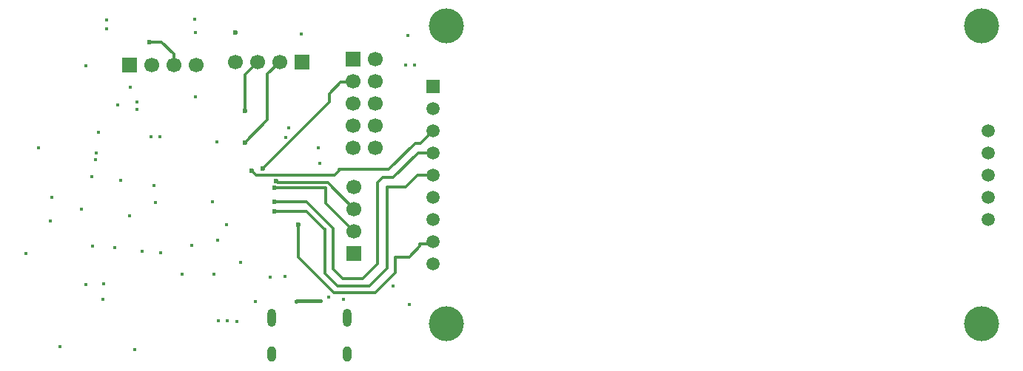
<source format=gbr>
%TF.GenerationSoftware,KiCad,Pcbnew,9.0.4*%
%TF.CreationDate,2025-11-14T09:23:00+05:30*%
%TF.ProjectId,stm32f446re,73746d33-3266-4343-9436-72652e6b6963,rev?*%
%TF.SameCoordinates,Original*%
%TF.FileFunction,Copper,L4,Bot*%
%TF.FilePolarity,Positive*%
%FSLAX46Y46*%
G04 Gerber Fmt 4.6, Leading zero omitted, Abs format (unit mm)*
G04 Created by KiCad (PCBNEW 9.0.4) date 2025-11-14 09:23:00*
%MOMM*%
%LPD*%
G01*
G04 APERTURE LIST*
%TA.AperFunction,ComponentPad*%
%ADD10R,1.700000X1.700000*%
%TD*%
%TA.AperFunction,ComponentPad*%
%ADD11C,1.700000*%
%TD*%
%TA.AperFunction,HeatsinkPad*%
%ADD12O,1.000000X2.100000*%
%TD*%
%TA.AperFunction,HeatsinkPad*%
%ADD13O,1.000000X1.800000*%
%TD*%
%TA.AperFunction,ComponentPad*%
%ADD14C,4.000000*%
%TD*%
%TA.AperFunction,ComponentPad*%
%ADD15R,1.500000X1.500000*%
%TD*%
%TA.AperFunction,ComponentPad*%
%ADD16C,1.500000*%
%TD*%
%TA.AperFunction,ViaPad*%
%ADD17C,0.400000*%
%TD*%
%TA.AperFunction,ViaPad*%
%ADD18C,0.600000*%
%TD*%
%TA.AperFunction,Conductor*%
%ADD19C,0.400000*%
%TD*%
%TA.AperFunction,Conductor*%
%ADD20C,0.300000*%
%TD*%
G04 APERTURE END LIST*
D10*
%TO.P,J3,1,Pin_1*%
%TO.N,+3.3V*%
X77990000Y-54400000D03*
D11*
%TO.P,J3,2,Pin_2*%
%TO.N,/I2C1_SDA*%
X80530000Y-54400000D03*
%TO.P,J3,3,Pin_3*%
%TO.N,/I2C1_SCL*%
X83070000Y-54400000D03*
%TO.P,J3,4,Pin_4*%
%TO.N,GND*%
X85610000Y-54400000D03*
%TD*%
D10*
%TO.P,J5,1,Pin_1*%
%TO.N,+3.3V*%
X103700000Y-75980000D03*
D11*
%TO.P,J5,2,Pin_2*%
%TO.N,/USART6_TX*%
X103700000Y-73440000D03*
%TO.P,J5,3,Pin_3*%
%TO.N,/USART6_RX*%
X103700000Y-70900000D03*
%TO.P,J5,4,Pin_4*%
%TO.N,GND*%
X103700000Y-68360000D03*
%TD*%
D10*
%TO.P,J4,1,Pin_1*%
%TO.N,+3.3V*%
X103625000Y-53720000D03*
D11*
%TO.P,J4,2,Pin_2*%
X106165000Y-53720000D03*
%TO.P,J4,3,Pin_3*%
%TO.N,/SPI3_CS1*%
X103625000Y-56260000D03*
%TO.P,J4,4,Pin_4*%
%TO.N,/SPI3_MOSI*%
X106165000Y-56260000D03*
%TO.P,J4,5,Pin_5*%
%TO.N,unconnected-(J4-Pin_5-Pad5)*%
X103625000Y-58800000D03*
%TO.P,J4,6,Pin_6*%
%TO.N,/SPI3_MISO*%
X106165000Y-58800000D03*
%TO.P,J4,7,Pin_7*%
%TO.N,unconnected-(J4-Pin_7-Pad7)*%
X103625000Y-61340000D03*
%TO.P,J4,8,Pin_8*%
%TO.N,/SPI3_CLK*%
X106165000Y-61340000D03*
%TO.P,J4,9,Pin_9*%
%TO.N,GND*%
X103625000Y-63880000D03*
%TO.P,J4,10,Pin_10*%
X106165000Y-63880000D03*
%TD*%
D12*
%TO.P,J1,S1,SHIELD*%
%TO.N,unconnected-(J1-SHIELD-PadS1)*%
X94280000Y-83385000D03*
D13*
%TO.N,unconnected-(J1-SHIELD-PadS1)_3*%
X94280000Y-87565000D03*
D12*
%TO.N,unconnected-(J1-SHIELD-PadS1)_1*%
X102920000Y-83385000D03*
D13*
%TO.N,unconnected-(J1-SHIELD-PadS1)_2*%
X102920000Y-87565000D03*
%TD*%
D14*
%TO.P,U5,*%
%TO.N,*%
X114242500Y-49950000D03*
X114242500Y-84050000D03*
X175442500Y-49950000D03*
X175442500Y-84050000D03*
D15*
%TO.P,U5,1,VCC*%
%TO.N,+3.3V*%
X112742500Y-56840000D03*
D16*
%TO.P,U5,2,GND*%
%TO.N,GND*%
X112742500Y-59380000D03*
%TO.P,U5,3,~{CS}*%
%TO.N,/SPI3_CS2*%
X112742500Y-61920000D03*
%TO.P,U5,4,RESET*%
%TO.N,/LCD_RESET*%
X112742500Y-64460000D03*
%TO.P,U5,5,D/~{C}*%
%TO.N,/LCD_DC*%
X112742500Y-67000000D03*
%TO.P,U5,6,MOSI*%
%TO.N,/SPI3_MOSI*%
X112742500Y-69540000D03*
%TO.P,U5,7,SCK*%
%TO.N,/SPI3_CLK*%
X112742500Y-72080000D03*
%TO.P,U5,8,LED*%
%TO.N,/TIM1_CH1*%
X112742500Y-74620000D03*
%TO.P,U5,9,MISO*%
%TO.N,/SPI3_MISO*%
X112742500Y-77160000D03*
%TO.P,U5,10,SD_CS*%
%TO.N,unconnected-(U5-SD_CS-Pad10)*%
X176262500Y-61920000D03*
%TO.P,U5,11,SD_MOSI*%
%TO.N,unconnected-(U5-SD_MOSI-Pad11)*%
X176262500Y-64460000D03*
%TO.P,U5,12,SD_MISO*%
%TO.N,unconnected-(U5-SD_MISO-Pad12)*%
X176262500Y-67000000D03*
%TO.P,U5,13,SD_SCK*%
%TO.N,unconnected-(U5-SD_SCK-Pad13)*%
X176262500Y-69540000D03*
%TO.P,U5,14,FLASH_CD*%
%TO.N,unconnected-(U5-FLASH_CD-Pad14)*%
X176262500Y-72080000D03*
%TD*%
D10*
%TO.P,J2,1,Pin_1*%
%TO.N,+3.3V*%
X97720000Y-54100000D03*
D11*
%TO.P,J2,2,Pin_2*%
%TO.N,/SWDIO*%
X95180000Y-54100000D03*
%TO.P,J2,3,Pin_3*%
%TO.N,/SWCLK*%
X92640000Y-54100000D03*
%TO.P,J2,4,Pin_4*%
%TO.N,GND*%
X90100000Y-54100000D03*
%TD*%
D17*
%TO.N,GND*%
X92400000Y-81500000D03*
X78900000Y-58700000D03*
X76700000Y-59000000D03*
X81500000Y-62600000D03*
X74100000Y-65300000D03*
X95800000Y-78600000D03*
X110000000Y-81900000D03*
X81000000Y-70200000D03*
X85600000Y-50700000D03*
X85500000Y-49200000D03*
X66200000Y-76000000D03*
X67600000Y-63900000D03*
X79500000Y-75800000D03*
X80800000Y-68200000D03*
X78600000Y-87000000D03*
X99600000Y-63900000D03*
X74200000Y-64500000D03*
X75100000Y-79500000D03*
X70100000Y-86700000D03*
X87500000Y-70100000D03*
X90700000Y-77000000D03*
X95900000Y-62700000D03*
X89100000Y-72700000D03*
X99800000Y-65700000D03*
X90300000Y-83800000D03*
X109600000Y-54400000D03*
X75400000Y-50300000D03*
X72500000Y-70900000D03*
X77000000Y-67600000D03*
D18*
X90100000Y-50700000D03*
D17*
X73700000Y-67200000D03*
X102500000Y-81300000D03*
X88000000Y-63200000D03*
X69100000Y-69600000D03*
X85120000Y-75090000D03*
X78000000Y-71700000D03*
%TO.N,+3.3V*%
X109900000Y-51000000D03*
X74500000Y-62100000D03*
X81600000Y-75900000D03*
X110600000Y-54400000D03*
X73000000Y-54500000D03*
X69000000Y-72300000D03*
X84000000Y-78400000D03*
X75400000Y-49300000D03*
X108200000Y-79700000D03*
X96200000Y-61600000D03*
X78100000Y-57000000D03*
X76300000Y-75300000D03*
X73000000Y-79600000D03*
X85600000Y-58100000D03*
X78900000Y-59500000D03*
X80500000Y-62600000D03*
X75000000Y-81300000D03*
X88120000Y-74500000D03*
X97700000Y-50900000D03*
X73800000Y-75200000D03*
%TO.N,VBUS*%
X89200000Y-83700000D03*
X88200000Y-83700000D03*
%TO.N,+5V*%
X94100000Y-78700000D03*
X87700000Y-78400000D03*
X100800000Y-81000000D03*
%TO.N,Net-(F1-Pad2)*%
X99900000Y-81400000D03*
X97100000Y-81500000D03*
D18*
%TO.N,/SWDIO*%
X91200000Y-63300000D03*
%TO.N,/SWCLK*%
X91200000Y-59650000D03*
%TO.N,/I2C1_SCL*%
X80300000Y-51800000D03*
%TO.N,/SPI3_CS1*%
X93300000Y-66300000D03*
%TO.N,/USART6_RX*%
X94800000Y-67700000D03*
%TO.N,/USART6_TX*%
X94600000Y-68500000D03*
%TO.N,/TIM1_CH1*%
X97300000Y-72700000D03*
%TO.N,/LCD_DC*%
X94600000Y-71200000D03*
%TO.N,/LCD_RESET*%
X94600000Y-70100000D03*
%TO.N,/SPI3_CS2*%
X91990380Y-66500000D03*
%TD*%
D19*
%TO.N,Net-(F1-Pad2)*%
X97200000Y-81400000D02*
X97100000Y-81500000D01*
X99900000Y-81400000D02*
X97200000Y-81400000D01*
D20*
%TO.N,/SWDIO*%
X91200000Y-63300000D02*
X93800000Y-60700000D01*
X93800000Y-55480000D02*
X95180000Y-54100000D01*
X93800000Y-60700000D02*
X93800000Y-55480000D01*
%TO.N,/SWCLK*%
X91200000Y-55540000D02*
X92640000Y-54100000D01*
X91200000Y-59650000D02*
X91200000Y-55540000D01*
%TO.N,/I2C1_SCL*%
X83070000Y-53170000D02*
X83070000Y-54400000D01*
X80300000Y-51800000D02*
X81700000Y-51800000D01*
X81700000Y-51800000D02*
X83070000Y-53170000D01*
%TO.N,/SPI3_CS1*%
X100900000Y-57700000D02*
X102200000Y-56400000D01*
X93300000Y-66300000D02*
X100900000Y-58700000D01*
X100900000Y-58700000D02*
X100900000Y-57700000D01*
X103485000Y-56400000D02*
X103625000Y-56260000D01*
X102200000Y-56400000D02*
X103485000Y-56400000D01*
%TO.N,/USART6_RX*%
X94800000Y-67700000D02*
X95000000Y-67900000D01*
X95000000Y-67900000D02*
X100700000Y-67900000D01*
X100700000Y-67900000D02*
X103700000Y-70900000D01*
%TO.N,/USART6_TX*%
X94600000Y-68500000D02*
X100500000Y-68500000D01*
X100500000Y-68500000D02*
X100500000Y-70240000D01*
X100500000Y-70240000D02*
X103700000Y-73440000D01*
%TO.N,/TIM1_CH1*%
X108400000Y-76400000D02*
X110000000Y-76400000D01*
X111200000Y-75200000D02*
X111200000Y-74900000D01*
X112722500Y-74600000D02*
X112742500Y-74620000D01*
X105800000Y-80500000D02*
X106100000Y-80500000D01*
X111200000Y-74900000D02*
X112462500Y-74900000D01*
X110000000Y-76400000D02*
X111200000Y-75200000D01*
X97300000Y-72700000D02*
X97300000Y-76400000D01*
X105800000Y-80500000D02*
X106000000Y-80500000D01*
X97300000Y-76400000D02*
X101400000Y-80500000D01*
X108400000Y-78200000D02*
X108400000Y-76400000D01*
X106100000Y-80500000D02*
X108400000Y-78200000D01*
X101400000Y-80500000D02*
X105800000Y-80500000D01*
X112462500Y-74900000D02*
X112742500Y-74620000D01*
%TO.N,/LCD_DC*%
X109600000Y-68400000D02*
X111000000Y-67000000D01*
X94600000Y-71200000D02*
X98300000Y-71200000D01*
X100400000Y-78300000D02*
X101800000Y-79700000D01*
X100400000Y-73200000D02*
X100400000Y-78300000D01*
X105500000Y-79700000D02*
X107500000Y-77700000D01*
X111000000Y-67000000D02*
X112742500Y-67000000D01*
X107500000Y-68400000D02*
X109600000Y-68400000D01*
X98300000Y-71200000D02*
X100300000Y-73200000D01*
X101800000Y-79700000D02*
X105500000Y-79700000D01*
X107500000Y-77700000D02*
X107500000Y-68400000D01*
X100300000Y-73200000D02*
X100400000Y-73200000D01*
%TO.N,/LCD_RESET*%
X106400000Y-77200000D02*
X106400000Y-67900000D01*
X108200000Y-67300000D02*
X111040000Y-64460000D01*
X107000000Y-67300000D02*
X108200000Y-67300000D01*
X98300000Y-70100000D02*
X101300000Y-73100000D01*
X106400000Y-67900000D02*
X107000000Y-67300000D01*
X111040000Y-64460000D02*
X112742500Y-64460000D01*
X101300000Y-73100000D02*
X101300000Y-77800000D01*
X94600000Y-70100000D02*
X98300000Y-70100000D01*
X102400000Y-78900000D02*
X104700000Y-78900000D01*
X101300000Y-77800000D02*
X102400000Y-78900000D01*
X104700000Y-78900000D02*
X106400000Y-77200000D01*
%TO.N,/SPI3_CS2*%
X111262500Y-63400000D02*
X112742500Y-61920000D01*
X107700000Y-66400000D02*
X110700000Y-63400000D01*
X102000000Y-66400000D02*
X107700000Y-66400000D01*
X91990380Y-66500000D02*
X92490380Y-67000000D01*
X110700000Y-63400000D02*
X111262500Y-63400000D01*
X92490380Y-67000000D02*
X101500000Y-67000000D01*
X102000000Y-66500000D02*
X102000000Y-66400000D01*
X101500000Y-67000000D02*
X102000000Y-66500000D01*
%TD*%
M02*

</source>
